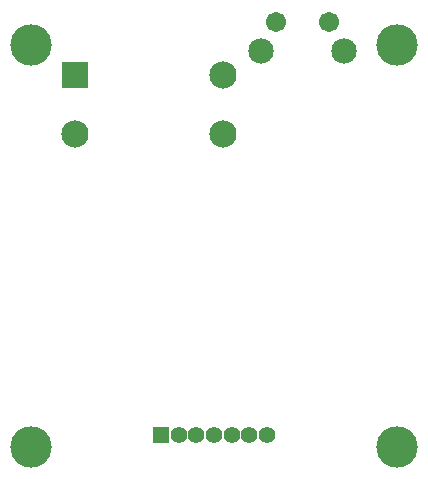
<source format=gbr>
G04 EAGLE Gerber RS-274X export*
G75*
%MOMM*%
%FSLAX34Y34*%
%LPD*%
%INSoldermask Bottom*%
%IPPOS*%
%AMOC8*
5,1,8,0,0,1.08239X$1,22.5*%
G01*
G04 Define Apertures*
%ADD10C,1.711200*%
%ADD11C,2.153200*%
%ADD12R,2.303200X2.303200*%
%ADD13C,2.303200*%
%ADD14R,1.411200X1.411200*%
%ADD15C,1.411200*%
%ADD16C,3.505200*%
D10*
X292500Y400000D03*
X247500Y400000D03*
D11*
X305000Y375000D03*
X235000Y375000D03*
D12*
X77500Y355000D03*
D13*
X202500Y355000D03*
X77500Y305000D03*
X202500Y305000D03*
D14*
X150000Y50000D03*
D15*
X165000Y50000D03*
X180000Y50000D03*
X195000Y50000D03*
X210000Y50000D03*
X225000Y50000D03*
X240000Y50000D03*
D16*
X40000Y380000D03*
X40000Y40000D03*
X350000Y380000D03*
X350000Y40000D03*
M02*

</source>
